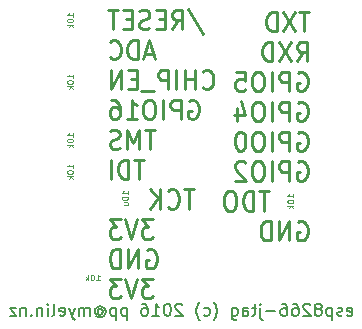
<source format=gbo>
G04 #@! TF.FileFunction,Legend,Bot*
%FSLAX46Y46*%
G04 Gerber Fmt 4.6, Leading zero omitted, Abs format (unit mm)*
G04 Created by KiCad (PCBNEW 4.0.1-stable) date 2/6/2016 5:06:47 PM*
%MOMM*%
G01*
G04 APERTURE LIST*
%ADD10C,0.100000*%
%ADD11C,0.152400*%
%ADD12C,0.254000*%
%ADD13C,0.109220*%
G04 APERTURE END LIST*
D10*
D11*
X157554666Y-116411238D02*
X157651428Y-116459619D01*
X157844951Y-116459619D01*
X157941713Y-116411238D01*
X157990094Y-116314476D01*
X157990094Y-115927429D01*
X157941713Y-115830667D01*
X157844951Y-115782286D01*
X157651428Y-115782286D01*
X157554666Y-115830667D01*
X157506285Y-115927429D01*
X157506285Y-116024190D01*
X157990094Y-116120952D01*
X157119237Y-116411238D02*
X157022475Y-116459619D01*
X156828951Y-116459619D01*
X156732190Y-116411238D01*
X156683809Y-116314476D01*
X156683809Y-116266095D01*
X156732190Y-116169333D01*
X156828951Y-116120952D01*
X156974094Y-116120952D01*
X157070856Y-116072571D01*
X157119237Y-115975810D01*
X157119237Y-115927429D01*
X157070856Y-115830667D01*
X156974094Y-115782286D01*
X156828951Y-115782286D01*
X156732190Y-115830667D01*
X156248380Y-115782286D02*
X156248380Y-116798286D01*
X156248380Y-115830667D02*
X156151618Y-115782286D01*
X155958095Y-115782286D01*
X155861333Y-115830667D01*
X155812952Y-115879048D01*
X155764571Y-115975810D01*
X155764571Y-116266095D01*
X155812952Y-116362857D01*
X155861333Y-116411238D01*
X155958095Y-116459619D01*
X156151618Y-116459619D01*
X156248380Y-116411238D01*
X155183999Y-115879048D02*
X155280761Y-115830667D01*
X155329142Y-115782286D01*
X155377523Y-115685524D01*
X155377523Y-115637143D01*
X155329142Y-115540381D01*
X155280761Y-115492000D01*
X155183999Y-115443619D01*
X154990476Y-115443619D01*
X154893714Y-115492000D01*
X154845333Y-115540381D01*
X154796952Y-115637143D01*
X154796952Y-115685524D01*
X154845333Y-115782286D01*
X154893714Y-115830667D01*
X154990476Y-115879048D01*
X155183999Y-115879048D01*
X155280761Y-115927429D01*
X155329142Y-115975810D01*
X155377523Y-116072571D01*
X155377523Y-116266095D01*
X155329142Y-116362857D01*
X155280761Y-116411238D01*
X155183999Y-116459619D01*
X154990476Y-116459619D01*
X154893714Y-116411238D01*
X154845333Y-116362857D01*
X154796952Y-116266095D01*
X154796952Y-116072571D01*
X154845333Y-115975810D01*
X154893714Y-115927429D01*
X154990476Y-115879048D01*
X154409904Y-115540381D02*
X154361523Y-115492000D01*
X154264761Y-115443619D01*
X154022857Y-115443619D01*
X153926095Y-115492000D01*
X153877714Y-115540381D01*
X153829333Y-115637143D01*
X153829333Y-115733905D01*
X153877714Y-115879048D01*
X154458285Y-116459619D01*
X153829333Y-116459619D01*
X152958476Y-115443619D02*
X153151999Y-115443619D01*
X153248761Y-115492000D01*
X153297142Y-115540381D01*
X153393904Y-115685524D01*
X153442285Y-115879048D01*
X153442285Y-116266095D01*
X153393904Y-116362857D01*
X153345523Y-116411238D01*
X153248761Y-116459619D01*
X153055238Y-116459619D01*
X152958476Y-116411238D01*
X152910095Y-116362857D01*
X152861714Y-116266095D01*
X152861714Y-116024190D01*
X152910095Y-115927429D01*
X152958476Y-115879048D01*
X153055238Y-115830667D01*
X153248761Y-115830667D01*
X153345523Y-115879048D01*
X153393904Y-115927429D01*
X153442285Y-116024190D01*
X151990857Y-115443619D02*
X152184380Y-115443619D01*
X152281142Y-115492000D01*
X152329523Y-115540381D01*
X152426285Y-115685524D01*
X152474666Y-115879048D01*
X152474666Y-116266095D01*
X152426285Y-116362857D01*
X152377904Y-116411238D01*
X152281142Y-116459619D01*
X152087619Y-116459619D01*
X151990857Y-116411238D01*
X151942476Y-116362857D01*
X151894095Y-116266095D01*
X151894095Y-116024190D01*
X151942476Y-115927429D01*
X151990857Y-115879048D01*
X152087619Y-115830667D01*
X152281142Y-115830667D01*
X152377904Y-115879048D01*
X152426285Y-115927429D01*
X152474666Y-116024190D01*
X151458666Y-116072571D02*
X150684571Y-116072571D01*
X150200761Y-115782286D02*
X150200761Y-116653143D01*
X150249142Y-116749905D01*
X150345904Y-116798286D01*
X150394285Y-116798286D01*
X150200761Y-115443619D02*
X150249142Y-115492000D01*
X150200761Y-115540381D01*
X150152380Y-115492000D01*
X150200761Y-115443619D01*
X150200761Y-115540381D01*
X149862094Y-115782286D02*
X149475046Y-115782286D01*
X149716951Y-115443619D02*
X149716951Y-116314476D01*
X149668570Y-116411238D01*
X149571808Y-116459619D01*
X149475046Y-116459619D01*
X148700952Y-116459619D02*
X148700952Y-115927429D01*
X148749333Y-115830667D01*
X148846095Y-115782286D01*
X149039618Y-115782286D01*
X149136380Y-115830667D01*
X148700952Y-116411238D02*
X148797714Y-116459619D01*
X149039618Y-116459619D01*
X149136380Y-116411238D01*
X149184761Y-116314476D01*
X149184761Y-116217714D01*
X149136380Y-116120952D01*
X149039618Y-116072571D01*
X148797714Y-116072571D01*
X148700952Y-116024190D01*
X147781714Y-115782286D02*
X147781714Y-116604762D01*
X147830095Y-116701524D01*
X147878476Y-116749905D01*
X147975237Y-116798286D01*
X148120380Y-116798286D01*
X148217142Y-116749905D01*
X147781714Y-116411238D02*
X147878476Y-116459619D01*
X148071999Y-116459619D01*
X148168761Y-116411238D01*
X148217142Y-116362857D01*
X148265523Y-116266095D01*
X148265523Y-115975810D01*
X148217142Y-115879048D01*
X148168761Y-115830667D01*
X148071999Y-115782286D01*
X147878476Y-115782286D01*
X147781714Y-115830667D01*
X146233524Y-116846667D02*
X146281904Y-116798286D01*
X146378666Y-116653143D01*
X146427047Y-116556381D01*
X146475428Y-116411238D01*
X146523809Y-116169333D01*
X146523809Y-115975810D01*
X146475428Y-115733905D01*
X146427047Y-115588762D01*
X146378666Y-115492000D01*
X146281904Y-115346857D01*
X146233524Y-115298476D01*
X145411048Y-116411238D02*
X145507810Y-116459619D01*
X145701333Y-116459619D01*
X145798095Y-116411238D01*
X145846476Y-116362857D01*
X145894857Y-116266095D01*
X145894857Y-115975810D01*
X145846476Y-115879048D01*
X145798095Y-115830667D01*
X145701333Y-115782286D01*
X145507810Y-115782286D01*
X145411048Y-115830667D01*
X145072381Y-116846667D02*
X145024000Y-116798286D01*
X144927238Y-116653143D01*
X144878857Y-116556381D01*
X144830476Y-116411238D01*
X144782095Y-116169333D01*
X144782095Y-115975810D01*
X144830476Y-115733905D01*
X144878857Y-115588762D01*
X144927238Y-115492000D01*
X145024000Y-115346857D01*
X145072381Y-115298476D01*
X143572572Y-115540381D02*
X143524191Y-115492000D01*
X143427429Y-115443619D01*
X143185525Y-115443619D01*
X143088763Y-115492000D01*
X143040382Y-115540381D01*
X142992001Y-115637143D01*
X142992001Y-115733905D01*
X143040382Y-115879048D01*
X143620953Y-116459619D01*
X142992001Y-116459619D01*
X142363048Y-115443619D02*
X142266287Y-115443619D01*
X142169525Y-115492000D01*
X142121144Y-115540381D01*
X142072763Y-115637143D01*
X142024382Y-115830667D01*
X142024382Y-116072571D01*
X142072763Y-116266095D01*
X142121144Y-116362857D01*
X142169525Y-116411238D01*
X142266287Y-116459619D01*
X142363048Y-116459619D01*
X142459810Y-116411238D01*
X142508191Y-116362857D01*
X142556572Y-116266095D01*
X142604953Y-116072571D01*
X142604953Y-115830667D01*
X142556572Y-115637143D01*
X142508191Y-115540381D01*
X142459810Y-115492000D01*
X142363048Y-115443619D01*
X141056763Y-116459619D02*
X141637334Y-116459619D01*
X141347048Y-116459619D02*
X141347048Y-115443619D01*
X141443810Y-115588762D01*
X141540572Y-115685524D01*
X141637334Y-115733905D01*
X140185906Y-115443619D02*
X140379429Y-115443619D01*
X140476191Y-115492000D01*
X140524572Y-115540381D01*
X140621334Y-115685524D01*
X140669715Y-115879048D01*
X140669715Y-116266095D01*
X140621334Y-116362857D01*
X140572953Y-116411238D01*
X140476191Y-116459619D01*
X140282668Y-116459619D01*
X140185906Y-116411238D01*
X140137525Y-116362857D01*
X140089144Y-116266095D01*
X140089144Y-116024190D01*
X140137525Y-115927429D01*
X140185906Y-115879048D01*
X140282668Y-115830667D01*
X140476191Y-115830667D01*
X140572953Y-115879048D01*
X140621334Y-115927429D01*
X140669715Y-116024190D01*
X138879620Y-115782286D02*
X138879620Y-116798286D01*
X138879620Y-115830667D02*
X138782858Y-115782286D01*
X138589335Y-115782286D01*
X138492573Y-115830667D01*
X138444192Y-115879048D01*
X138395811Y-115975810D01*
X138395811Y-116266095D01*
X138444192Y-116362857D01*
X138492573Y-116411238D01*
X138589335Y-116459619D01*
X138782858Y-116459619D01*
X138879620Y-116411238D01*
X137960382Y-115782286D02*
X137960382Y-116798286D01*
X137960382Y-115830667D02*
X137863620Y-115782286D01*
X137670097Y-115782286D01*
X137573335Y-115830667D01*
X137524954Y-115879048D01*
X137476573Y-115975810D01*
X137476573Y-116266095D01*
X137524954Y-116362857D01*
X137573335Y-116411238D01*
X137670097Y-116459619D01*
X137863620Y-116459619D01*
X137960382Y-116411238D01*
X136412192Y-115975810D02*
X136460573Y-115927429D01*
X136557335Y-115879048D01*
X136654097Y-115879048D01*
X136750859Y-115927429D01*
X136799239Y-115975810D01*
X136847620Y-116072571D01*
X136847620Y-116169333D01*
X136799239Y-116266095D01*
X136750859Y-116314476D01*
X136654097Y-116362857D01*
X136557335Y-116362857D01*
X136460573Y-116314476D01*
X136412192Y-116266095D01*
X136412192Y-115879048D02*
X136412192Y-116266095D01*
X136363811Y-116314476D01*
X136315430Y-116314476D01*
X136218668Y-116266095D01*
X136170287Y-116169333D01*
X136170287Y-115927429D01*
X136267049Y-115782286D01*
X136412192Y-115685524D01*
X136605716Y-115637143D01*
X136799239Y-115685524D01*
X136944382Y-115782286D01*
X137041144Y-115927429D01*
X137089525Y-116120952D01*
X137041144Y-116314476D01*
X136944382Y-116459619D01*
X136799239Y-116556381D01*
X136605716Y-116604762D01*
X136412192Y-116556381D01*
X136267049Y-116459619D01*
X135734858Y-116459619D02*
X135734858Y-115782286D01*
X135734858Y-115879048D02*
X135686477Y-115830667D01*
X135589715Y-115782286D01*
X135444573Y-115782286D01*
X135347811Y-115830667D01*
X135299430Y-115927429D01*
X135299430Y-116459619D01*
X135299430Y-115927429D02*
X135251049Y-115830667D01*
X135154287Y-115782286D01*
X135009144Y-115782286D01*
X134912382Y-115830667D01*
X134864001Y-115927429D01*
X134864001Y-116459619D01*
X134476953Y-115782286D02*
X134235048Y-116459619D01*
X133993144Y-115782286D02*
X134235048Y-116459619D01*
X134331810Y-116701524D01*
X134380191Y-116749905D01*
X134476953Y-116798286D01*
X133219049Y-116411238D02*
X133315811Y-116459619D01*
X133509334Y-116459619D01*
X133606096Y-116411238D01*
X133654477Y-116314476D01*
X133654477Y-115927429D01*
X133606096Y-115830667D01*
X133509334Y-115782286D01*
X133315811Y-115782286D01*
X133219049Y-115830667D01*
X133170668Y-115927429D01*
X133170668Y-116024190D01*
X133654477Y-116120952D01*
X132590096Y-116459619D02*
X132686858Y-116411238D01*
X132735239Y-116314476D01*
X132735239Y-115443619D01*
X132203049Y-116459619D02*
X132203049Y-115782286D01*
X132203049Y-115443619D02*
X132251430Y-115492000D01*
X132203049Y-115540381D01*
X132154668Y-115492000D01*
X132203049Y-115443619D01*
X132203049Y-115540381D01*
X131719239Y-115782286D02*
X131719239Y-116459619D01*
X131719239Y-115879048D02*
X131670858Y-115830667D01*
X131574096Y-115782286D01*
X131428954Y-115782286D01*
X131332192Y-115830667D01*
X131283811Y-115927429D01*
X131283811Y-116459619D01*
X130800001Y-116362857D02*
X130751620Y-116411238D01*
X130800001Y-116459619D01*
X130848382Y-116411238D01*
X130800001Y-116362857D01*
X130800001Y-116459619D01*
X130316191Y-115782286D02*
X130316191Y-116459619D01*
X130316191Y-115879048D02*
X130267810Y-115830667D01*
X130171048Y-115782286D01*
X130025906Y-115782286D01*
X129929144Y-115830667D01*
X129880763Y-115927429D01*
X129880763Y-116459619D01*
X129493715Y-115782286D02*
X128961525Y-115782286D01*
X129493715Y-116459619D01*
X128961525Y-116459619D01*
D12*
X154357143Y-90755350D02*
X153500000Y-90755350D01*
X153928571Y-92380950D02*
X153928571Y-90755350D01*
X153142857Y-90755350D02*
X152142857Y-92380950D01*
X152142857Y-90755350D02*
X153142857Y-92380950D01*
X151571429Y-92380950D02*
X151571429Y-90755350D01*
X151214286Y-90755350D01*
X151000001Y-90832760D01*
X150857143Y-90987579D01*
X150785715Y-91142398D01*
X150714286Y-91452036D01*
X150714286Y-91684265D01*
X150785715Y-91993903D01*
X150857143Y-92148722D01*
X151000001Y-92303541D01*
X151214286Y-92380950D01*
X151571429Y-92380950D01*
X153285714Y-94910790D02*
X153785714Y-94136695D01*
X154142857Y-94910790D02*
X154142857Y-93285190D01*
X153571429Y-93285190D01*
X153428571Y-93362600D01*
X153357143Y-93440010D01*
X153285714Y-93594829D01*
X153285714Y-93827057D01*
X153357143Y-93981876D01*
X153428571Y-94059286D01*
X153571429Y-94136695D01*
X154142857Y-94136695D01*
X152785714Y-93285190D02*
X151785714Y-94910790D01*
X151785714Y-93285190D02*
X152785714Y-94910790D01*
X151214286Y-94910790D02*
X151214286Y-93285190D01*
X150857143Y-93285190D01*
X150642858Y-93362600D01*
X150500000Y-93517419D01*
X150428572Y-93672238D01*
X150357143Y-93981876D01*
X150357143Y-94214105D01*
X150428572Y-94523743D01*
X150500000Y-94678562D01*
X150642858Y-94833381D01*
X150857143Y-94910790D01*
X151214286Y-94910790D01*
X153357143Y-95892440D02*
X153500000Y-95815030D01*
X153714286Y-95815030D01*
X153928571Y-95892440D01*
X154071429Y-96047259D01*
X154142857Y-96202078D01*
X154214286Y-96511716D01*
X154214286Y-96743945D01*
X154142857Y-97053583D01*
X154071429Y-97208402D01*
X153928571Y-97363221D01*
X153714286Y-97440630D01*
X153571429Y-97440630D01*
X153357143Y-97363221D01*
X153285714Y-97285811D01*
X153285714Y-96743945D01*
X153571429Y-96743945D01*
X152642857Y-97440630D02*
X152642857Y-95815030D01*
X152071429Y-95815030D01*
X151928571Y-95892440D01*
X151857143Y-95969850D01*
X151785714Y-96124669D01*
X151785714Y-96356897D01*
X151857143Y-96511716D01*
X151928571Y-96589126D01*
X152071429Y-96666535D01*
X152642857Y-96666535D01*
X151142857Y-97440630D02*
X151142857Y-95815030D01*
X150142857Y-95815030D02*
X149857143Y-95815030D01*
X149714285Y-95892440D01*
X149571428Y-96047259D01*
X149500000Y-96356897D01*
X149500000Y-96898764D01*
X149571428Y-97208402D01*
X149714285Y-97363221D01*
X149857143Y-97440630D01*
X150142857Y-97440630D01*
X150285714Y-97363221D01*
X150428571Y-97208402D01*
X150500000Y-96898764D01*
X150500000Y-96356897D01*
X150428571Y-96047259D01*
X150285714Y-95892440D01*
X150142857Y-95815030D01*
X148142856Y-95815030D02*
X148857142Y-95815030D01*
X148928571Y-96589126D01*
X148857142Y-96511716D01*
X148714285Y-96434307D01*
X148357142Y-96434307D01*
X148214285Y-96511716D01*
X148142856Y-96589126D01*
X148071428Y-96743945D01*
X148071428Y-97130992D01*
X148142856Y-97285811D01*
X148214285Y-97363221D01*
X148357142Y-97440630D01*
X148714285Y-97440630D01*
X148857142Y-97363221D01*
X148928571Y-97285811D01*
X153357143Y-98422280D02*
X153500000Y-98344870D01*
X153714286Y-98344870D01*
X153928571Y-98422280D01*
X154071429Y-98577099D01*
X154142857Y-98731918D01*
X154214286Y-99041556D01*
X154214286Y-99273785D01*
X154142857Y-99583423D01*
X154071429Y-99738242D01*
X153928571Y-99893061D01*
X153714286Y-99970470D01*
X153571429Y-99970470D01*
X153357143Y-99893061D01*
X153285714Y-99815651D01*
X153285714Y-99273785D01*
X153571429Y-99273785D01*
X152642857Y-99970470D02*
X152642857Y-98344870D01*
X152071429Y-98344870D01*
X151928571Y-98422280D01*
X151857143Y-98499690D01*
X151785714Y-98654509D01*
X151785714Y-98886737D01*
X151857143Y-99041556D01*
X151928571Y-99118966D01*
X152071429Y-99196375D01*
X152642857Y-99196375D01*
X151142857Y-99970470D02*
X151142857Y-98344870D01*
X150142857Y-98344870D02*
X149857143Y-98344870D01*
X149714285Y-98422280D01*
X149571428Y-98577099D01*
X149500000Y-98886737D01*
X149500000Y-99428604D01*
X149571428Y-99738242D01*
X149714285Y-99893061D01*
X149857143Y-99970470D01*
X150142857Y-99970470D01*
X150285714Y-99893061D01*
X150428571Y-99738242D01*
X150500000Y-99428604D01*
X150500000Y-98886737D01*
X150428571Y-98577099D01*
X150285714Y-98422280D01*
X150142857Y-98344870D01*
X148214285Y-98886737D02*
X148214285Y-99970470D01*
X148571428Y-98267461D02*
X148928571Y-99428604D01*
X147999999Y-99428604D01*
X153357143Y-100952120D02*
X153500000Y-100874710D01*
X153714286Y-100874710D01*
X153928571Y-100952120D01*
X154071429Y-101106939D01*
X154142857Y-101261758D01*
X154214286Y-101571396D01*
X154214286Y-101803625D01*
X154142857Y-102113263D01*
X154071429Y-102268082D01*
X153928571Y-102422901D01*
X153714286Y-102500310D01*
X153571429Y-102500310D01*
X153357143Y-102422901D01*
X153285714Y-102345491D01*
X153285714Y-101803625D01*
X153571429Y-101803625D01*
X152642857Y-102500310D02*
X152642857Y-100874710D01*
X152071429Y-100874710D01*
X151928571Y-100952120D01*
X151857143Y-101029530D01*
X151785714Y-101184349D01*
X151785714Y-101416577D01*
X151857143Y-101571396D01*
X151928571Y-101648806D01*
X152071429Y-101726215D01*
X152642857Y-101726215D01*
X151142857Y-102500310D02*
X151142857Y-100874710D01*
X150142857Y-100874710D02*
X149857143Y-100874710D01*
X149714285Y-100952120D01*
X149571428Y-101106939D01*
X149500000Y-101416577D01*
X149500000Y-101958444D01*
X149571428Y-102268082D01*
X149714285Y-102422901D01*
X149857143Y-102500310D01*
X150142857Y-102500310D01*
X150285714Y-102422901D01*
X150428571Y-102268082D01*
X150500000Y-101958444D01*
X150500000Y-101416577D01*
X150428571Y-101106939D01*
X150285714Y-100952120D01*
X150142857Y-100874710D01*
X148571428Y-100874710D02*
X148428571Y-100874710D01*
X148285714Y-100952120D01*
X148214285Y-101029530D01*
X148142856Y-101184349D01*
X148071428Y-101493987D01*
X148071428Y-101881034D01*
X148142856Y-102190672D01*
X148214285Y-102345491D01*
X148285714Y-102422901D01*
X148428571Y-102500310D01*
X148571428Y-102500310D01*
X148714285Y-102422901D01*
X148785714Y-102345491D01*
X148857142Y-102190672D01*
X148928571Y-101881034D01*
X148928571Y-101493987D01*
X148857142Y-101184349D01*
X148785714Y-101029530D01*
X148714285Y-100952120D01*
X148571428Y-100874710D01*
X153357143Y-103481960D02*
X153500000Y-103404550D01*
X153714286Y-103404550D01*
X153928571Y-103481960D01*
X154071429Y-103636779D01*
X154142857Y-103791598D01*
X154214286Y-104101236D01*
X154214286Y-104333465D01*
X154142857Y-104643103D01*
X154071429Y-104797922D01*
X153928571Y-104952741D01*
X153714286Y-105030150D01*
X153571429Y-105030150D01*
X153357143Y-104952741D01*
X153285714Y-104875331D01*
X153285714Y-104333465D01*
X153571429Y-104333465D01*
X152642857Y-105030150D02*
X152642857Y-103404550D01*
X152071429Y-103404550D01*
X151928571Y-103481960D01*
X151857143Y-103559370D01*
X151785714Y-103714189D01*
X151785714Y-103946417D01*
X151857143Y-104101236D01*
X151928571Y-104178646D01*
X152071429Y-104256055D01*
X152642857Y-104256055D01*
X151142857Y-105030150D02*
X151142857Y-103404550D01*
X150142857Y-103404550D02*
X149857143Y-103404550D01*
X149714285Y-103481960D01*
X149571428Y-103636779D01*
X149500000Y-103946417D01*
X149500000Y-104488284D01*
X149571428Y-104797922D01*
X149714285Y-104952741D01*
X149857143Y-105030150D01*
X150142857Y-105030150D01*
X150285714Y-104952741D01*
X150428571Y-104797922D01*
X150500000Y-104488284D01*
X150500000Y-103946417D01*
X150428571Y-103636779D01*
X150285714Y-103481960D01*
X150142857Y-103404550D01*
X148928571Y-103559370D02*
X148857142Y-103481960D01*
X148714285Y-103404550D01*
X148357142Y-103404550D01*
X148214285Y-103481960D01*
X148142856Y-103559370D01*
X148071428Y-103714189D01*
X148071428Y-103869008D01*
X148142856Y-104101236D01*
X148999999Y-105030150D01*
X148071428Y-105030150D01*
X150928572Y-105934390D02*
X150071429Y-105934390D01*
X150500000Y-107559990D02*
X150500000Y-105934390D01*
X149571429Y-107559990D02*
X149571429Y-105934390D01*
X149214286Y-105934390D01*
X149000001Y-106011800D01*
X148857143Y-106166619D01*
X148785715Y-106321438D01*
X148714286Y-106631076D01*
X148714286Y-106863305D01*
X148785715Y-107172943D01*
X148857143Y-107327762D01*
X149000001Y-107482581D01*
X149214286Y-107559990D01*
X149571429Y-107559990D01*
X147785715Y-105934390D02*
X147500001Y-105934390D01*
X147357143Y-106011800D01*
X147214286Y-106166619D01*
X147142858Y-106476257D01*
X147142858Y-107018124D01*
X147214286Y-107327762D01*
X147357143Y-107482581D01*
X147500001Y-107559990D01*
X147785715Y-107559990D01*
X147928572Y-107482581D01*
X148071429Y-107327762D01*
X148142858Y-107018124D01*
X148142858Y-106476257D01*
X148071429Y-106166619D01*
X147928572Y-106011800D01*
X147785715Y-105934390D01*
X153357143Y-108541640D02*
X153500000Y-108464230D01*
X153714286Y-108464230D01*
X153928571Y-108541640D01*
X154071429Y-108696459D01*
X154142857Y-108851278D01*
X154214286Y-109160916D01*
X154214286Y-109393145D01*
X154142857Y-109702783D01*
X154071429Y-109857602D01*
X153928571Y-110012421D01*
X153714286Y-110089830D01*
X153571429Y-110089830D01*
X153357143Y-110012421D01*
X153285714Y-109935011D01*
X153285714Y-109393145D01*
X153571429Y-109393145D01*
X152642857Y-110089830D02*
X152642857Y-108464230D01*
X151785714Y-110089830D01*
X151785714Y-108464230D01*
X151071428Y-110089830D02*
X151071428Y-108464230D01*
X150714285Y-108464230D01*
X150500000Y-108541640D01*
X150357142Y-108696459D01*
X150285714Y-108851278D01*
X150214285Y-109160916D01*
X150214285Y-109393145D01*
X150285714Y-109702783D01*
X150357142Y-109857602D01*
X150500000Y-110012421D01*
X150714285Y-110089830D01*
X151071428Y-110089830D01*
X144088572Y-90518101D02*
X145374286Y-92608158D01*
X142731428Y-92221110D02*
X143231428Y-91447015D01*
X143588571Y-92221110D02*
X143588571Y-90595510D01*
X143017143Y-90595510D01*
X142874285Y-90672920D01*
X142802857Y-90750330D01*
X142731428Y-90905149D01*
X142731428Y-91137377D01*
X142802857Y-91292196D01*
X142874285Y-91369606D01*
X143017143Y-91447015D01*
X143588571Y-91447015D01*
X142088571Y-91369606D02*
X141588571Y-91369606D01*
X141374285Y-92221110D02*
X142088571Y-92221110D01*
X142088571Y-90595510D01*
X141374285Y-90595510D01*
X140802857Y-92143701D02*
X140588571Y-92221110D01*
X140231428Y-92221110D01*
X140088571Y-92143701D01*
X140017142Y-92066291D01*
X139945714Y-91911472D01*
X139945714Y-91756653D01*
X140017142Y-91601834D01*
X140088571Y-91524425D01*
X140231428Y-91447015D01*
X140517142Y-91369606D01*
X140660000Y-91292196D01*
X140731428Y-91214787D01*
X140802857Y-91059968D01*
X140802857Y-90905149D01*
X140731428Y-90750330D01*
X140660000Y-90672920D01*
X140517142Y-90595510D01*
X140160000Y-90595510D01*
X139945714Y-90672920D01*
X139302857Y-91369606D02*
X138802857Y-91369606D01*
X138588571Y-92221110D02*
X139302857Y-92221110D01*
X139302857Y-90595510D01*
X138588571Y-90595510D01*
X138160000Y-90595510D02*
X137302857Y-90595510D01*
X137731428Y-92221110D02*
X137731428Y-90595510D01*
X141160000Y-94286493D02*
X140445714Y-94286493D01*
X141302857Y-94750950D02*
X140802857Y-93125350D01*
X140302857Y-94750950D01*
X139802857Y-94750950D02*
X139802857Y-93125350D01*
X139445714Y-93125350D01*
X139231429Y-93202760D01*
X139088571Y-93357579D01*
X139017143Y-93512398D01*
X138945714Y-93822036D01*
X138945714Y-94054265D01*
X139017143Y-94363903D01*
X139088571Y-94518722D01*
X139231429Y-94673541D01*
X139445714Y-94750950D01*
X139802857Y-94750950D01*
X137445714Y-94596131D02*
X137517143Y-94673541D01*
X137731429Y-94750950D01*
X137874286Y-94750950D01*
X138088571Y-94673541D01*
X138231429Y-94518722D01*
X138302857Y-94363903D01*
X138374286Y-94054265D01*
X138374286Y-93822036D01*
X138302857Y-93512398D01*
X138231429Y-93357579D01*
X138088571Y-93202760D01*
X137874286Y-93125350D01*
X137731429Y-93125350D01*
X137517143Y-93202760D01*
X137445714Y-93280170D01*
X145302858Y-97125971D02*
X145374287Y-97203381D01*
X145588573Y-97280790D01*
X145731430Y-97280790D01*
X145945715Y-97203381D01*
X146088573Y-97048562D01*
X146160001Y-96893743D01*
X146231430Y-96584105D01*
X146231430Y-96351876D01*
X146160001Y-96042238D01*
X146088573Y-95887419D01*
X145945715Y-95732600D01*
X145731430Y-95655190D01*
X145588573Y-95655190D01*
X145374287Y-95732600D01*
X145302858Y-95810010D01*
X144660001Y-97280790D02*
X144660001Y-95655190D01*
X144660001Y-96429286D02*
X143802858Y-96429286D01*
X143802858Y-97280790D02*
X143802858Y-95655190D01*
X143088572Y-97280790D02*
X143088572Y-95655190D01*
X142374286Y-97280790D02*
X142374286Y-95655190D01*
X141802858Y-95655190D01*
X141660000Y-95732600D01*
X141588572Y-95810010D01*
X141517143Y-95964829D01*
X141517143Y-96197057D01*
X141588572Y-96351876D01*
X141660000Y-96429286D01*
X141802858Y-96506695D01*
X142374286Y-96506695D01*
X141231429Y-97435610D02*
X140088572Y-97435610D01*
X139731429Y-96429286D02*
X139231429Y-96429286D01*
X139017143Y-97280790D02*
X139731429Y-97280790D01*
X139731429Y-95655190D01*
X139017143Y-95655190D01*
X138374286Y-97280790D02*
X138374286Y-95655190D01*
X137517143Y-97280790D01*
X137517143Y-95655190D01*
X144160000Y-98262440D02*
X144302857Y-98185030D01*
X144517143Y-98185030D01*
X144731428Y-98262440D01*
X144874286Y-98417259D01*
X144945714Y-98572078D01*
X145017143Y-98881716D01*
X145017143Y-99113945D01*
X144945714Y-99423583D01*
X144874286Y-99578402D01*
X144731428Y-99733221D01*
X144517143Y-99810630D01*
X144374286Y-99810630D01*
X144160000Y-99733221D01*
X144088571Y-99655811D01*
X144088571Y-99113945D01*
X144374286Y-99113945D01*
X143445714Y-99810630D02*
X143445714Y-98185030D01*
X142874286Y-98185030D01*
X142731428Y-98262440D01*
X142660000Y-98339850D01*
X142588571Y-98494669D01*
X142588571Y-98726897D01*
X142660000Y-98881716D01*
X142731428Y-98959126D01*
X142874286Y-99036535D01*
X143445714Y-99036535D01*
X141945714Y-99810630D02*
X141945714Y-98185030D01*
X140945714Y-98185030D02*
X140660000Y-98185030D01*
X140517142Y-98262440D01*
X140374285Y-98417259D01*
X140302857Y-98726897D01*
X140302857Y-99268764D01*
X140374285Y-99578402D01*
X140517142Y-99733221D01*
X140660000Y-99810630D01*
X140945714Y-99810630D01*
X141088571Y-99733221D01*
X141231428Y-99578402D01*
X141302857Y-99268764D01*
X141302857Y-98726897D01*
X141231428Y-98417259D01*
X141088571Y-98262440D01*
X140945714Y-98185030D01*
X138874285Y-99810630D02*
X139731428Y-99810630D01*
X139302856Y-99810630D02*
X139302856Y-98185030D01*
X139445713Y-98417259D01*
X139588571Y-98572078D01*
X139731428Y-98649488D01*
X137588571Y-98185030D02*
X137874285Y-98185030D01*
X138017142Y-98262440D01*
X138088571Y-98339850D01*
X138231428Y-98572078D01*
X138302857Y-98881716D01*
X138302857Y-99500992D01*
X138231428Y-99655811D01*
X138160000Y-99733221D01*
X138017142Y-99810630D01*
X137731428Y-99810630D01*
X137588571Y-99733221D01*
X137517142Y-99655811D01*
X137445714Y-99500992D01*
X137445714Y-99113945D01*
X137517142Y-98959126D01*
X137588571Y-98881716D01*
X137731428Y-98804307D01*
X138017142Y-98804307D01*
X138160000Y-98881716D01*
X138231428Y-98959126D01*
X138302857Y-99113945D01*
X141302857Y-100714870D02*
X140445714Y-100714870D01*
X140874285Y-102340470D02*
X140874285Y-100714870D01*
X139945714Y-102340470D02*
X139945714Y-100714870D01*
X139445714Y-101876013D01*
X138945714Y-100714870D01*
X138945714Y-102340470D01*
X138302857Y-102263061D02*
X138088571Y-102340470D01*
X137731428Y-102340470D01*
X137588571Y-102263061D01*
X137517142Y-102185651D01*
X137445714Y-102030832D01*
X137445714Y-101876013D01*
X137517142Y-101721194D01*
X137588571Y-101643785D01*
X137731428Y-101566375D01*
X138017142Y-101488966D01*
X138160000Y-101411556D01*
X138231428Y-101334147D01*
X138302857Y-101179328D01*
X138302857Y-101024509D01*
X138231428Y-100869690D01*
X138160000Y-100792280D01*
X138017142Y-100714870D01*
X137660000Y-100714870D01*
X137445714Y-100792280D01*
X140374286Y-103244710D02*
X139517143Y-103244710D01*
X139945714Y-104870310D02*
X139945714Y-103244710D01*
X139017143Y-104870310D02*
X139017143Y-103244710D01*
X138660000Y-103244710D01*
X138445715Y-103322120D01*
X138302857Y-103476939D01*
X138231429Y-103631758D01*
X138160000Y-103941396D01*
X138160000Y-104173625D01*
X138231429Y-104483263D01*
X138302857Y-104638082D01*
X138445715Y-104792901D01*
X138660000Y-104870310D01*
X139017143Y-104870310D01*
X137517143Y-104870310D02*
X137517143Y-103244710D01*
X144588571Y-105774550D02*
X143731428Y-105774550D01*
X144159999Y-107400150D02*
X144159999Y-105774550D01*
X142374285Y-107245331D02*
X142445714Y-107322741D01*
X142660000Y-107400150D01*
X142802857Y-107400150D01*
X143017142Y-107322741D01*
X143160000Y-107167922D01*
X143231428Y-107013103D01*
X143302857Y-106703465D01*
X143302857Y-106471236D01*
X143231428Y-106161598D01*
X143160000Y-106006779D01*
X143017142Y-105851960D01*
X142802857Y-105774550D01*
X142660000Y-105774550D01*
X142445714Y-105851960D01*
X142374285Y-105929370D01*
X141731428Y-107400150D02*
X141731428Y-105774550D01*
X140874285Y-107400150D02*
X141517142Y-106471236D01*
X140874285Y-105774550D02*
X141731428Y-106703465D01*
X141088570Y-108304390D02*
X140159999Y-108304390D01*
X140659999Y-108923667D01*
X140445713Y-108923667D01*
X140302856Y-109001076D01*
X140231427Y-109078486D01*
X140159999Y-109233305D01*
X140159999Y-109620352D01*
X140231427Y-109775171D01*
X140302856Y-109852581D01*
X140445713Y-109929990D01*
X140874285Y-109929990D01*
X141017142Y-109852581D01*
X141088570Y-109775171D01*
X139731428Y-108304390D02*
X139231428Y-109929990D01*
X138731428Y-108304390D01*
X138374285Y-108304390D02*
X137445714Y-108304390D01*
X137945714Y-108923667D01*
X137731428Y-108923667D01*
X137588571Y-109001076D01*
X137517142Y-109078486D01*
X137445714Y-109233305D01*
X137445714Y-109620352D01*
X137517142Y-109775171D01*
X137588571Y-109852581D01*
X137731428Y-109929990D01*
X138160000Y-109929990D01*
X138302857Y-109852581D01*
X138374285Y-109775171D01*
X140588572Y-110911640D02*
X140731429Y-110834230D01*
X140945715Y-110834230D01*
X141160000Y-110911640D01*
X141302858Y-111066459D01*
X141374286Y-111221278D01*
X141445715Y-111530916D01*
X141445715Y-111763145D01*
X141374286Y-112072783D01*
X141302858Y-112227602D01*
X141160000Y-112382421D01*
X140945715Y-112459830D01*
X140802858Y-112459830D01*
X140588572Y-112382421D01*
X140517143Y-112305011D01*
X140517143Y-111763145D01*
X140802858Y-111763145D01*
X139874286Y-112459830D02*
X139874286Y-110834230D01*
X139017143Y-112459830D01*
X139017143Y-110834230D01*
X138302857Y-112459830D02*
X138302857Y-110834230D01*
X137945714Y-110834230D01*
X137731429Y-110911640D01*
X137588571Y-111066459D01*
X137517143Y-111221278D01*
X137445714Y-111530916D01*
X137445714Y-111763145D01*
X137517143Y-112072783D01*
X137588571Y-112227602D01*
X137731429Y-112382421D01*
X137945714Y-112459830D01*
X138302857Y-112459830D01*
X141088570Y-113364070D02*
X140159999Y-113364070D01*
X140659999Y-113983347D01*
X140445713Y-113983347D01*
X140302856Y-114060756D01*
X140231427Y-114138166D01*
X140159999Y-114292985D01*
X140159999Y-114680032D01*
X140231427Y-114834851D01*
X140302856Y-114912261D01*
X140445713Y-114989670D01*
X140874285Y-114989670D01*
X141017142Y-114912261D01*
X141088570Y-114834851D01*
X139731428Y-113364070D02*
X139231428Y-114989670D01*
X138731428Y-113364070D01*
X138374285Y-113364070D02*
X137445714Y-113364070D01*
X137945714Y-113983347D01*
X137731428Y-113983347D01*
X137588571Y-114060756D01*
X137517142Y-114138166D01*
X137445714Y-114292985D01*
X137445714Y-114680032D01*
X137517142Y-114834851D01*
X137588571Y-114912261D01*
X137731428Y-114989670D01*
X138160000Y-114989670D01*
X138302857Y-114912261D01*
X138374285Y-114834851D01*
D13*
X138976362Y-106178328D02*
X138976362Y-105892396D01*
X138976362Y-106035362D02*
X138475982Y-106035362D01*
X138547465Y-105987707D01*
X138595120Y-105940052D01*
X138618948Y-105892396D01*
X138475982Y-106488087D02*
X138475982Y-106535742D01*
X138499810Y-106583397D01*
X138523638Y-106607225D01*
X138571293Y-106631052D01*
X138666603Y-106654880D01*
X138785741Y-106654880D01*
X138881052Y-106631052D01*
X138928707Y-106607225D01*
X138952535Y-106583397D01*
X138976362Y-106535742D01*
X138976362Y-106488087D01*
X138952535Y-106440431D01*
X138928707Y-106416604D01*
X138881052Y-106392776D01*
X138785741Y-106368948D01*
X138666603Y-106368948D01*
X138571293Y-106392776D01*
X138523638Y-106416604D01*
X138499810Y-106440431D01*
X138475982Y-106488087D01*
X138642776Y-107083777D02*
X138976362Y-107083777D01*
X138642776Y-106869328D02*
X138904880Y-106869328D01*
X138952535Y-106893156D01*
X138976362Y-106940811D01*
X138976362Y-107012294D01*
X138952535Y-107059949D01*
X138928707Y-107083777D01*
X134338362Y-91142155D02*
X134338362Y-90856223D01*
X134338362Y-90999189D02*
X133837982Y-90999189D01*
X133909465Y-90951534D01*
X133957120Y-90903879D01*
X133980948Y-90856223D01*
X133837982Y-91451914D02*
X133837982Y-91499569D01*
X133861810Y-91547224D01*
X133885638Y-91571052D01*
X133933293Y-91594879D01*
X134028603Y-91618707D01*
X134147741Y-91618707D01*
X134243052Y-91594879D01*
X134290707Y-91571052D01*
X134314535Y-91547224D01*
X134338362Y-91499569D01*
X134338362Y-91451914D01*
X134314535Y-91404258D01*
X134290707Y-91380431D01*
X134243052Y-91356603D01*
X134147741Y-91332775D01*
X134028603Y-91332775D01*
X133933293Y-91356603D01*
X133885638Y-91380431D01*
X133861810Y-91404258D01*
X133837982Y-91451914D01*
X134338362Y-91833155D02*
X133837982Y-91833155D01*
X134147741Y-91880810D02*
X134338362Y-92023776D01*
X134004776Y-92023776D02*
X134195397Y-91833155D01*
X134338362Y-96349155D02*
X134338362Y-96063223D01*
X134338362Y-96206189D02*
X133837982Y-96206189D01*
X133909465Y-96158534D01*
X133957120Y-96110879D01*
X133980948Y-96063223D01*
X133837982Y-96658914D02*
X133837982Y-96706569D01*
X133861810Y-96754224D01*
X133885638Y-96778052D01*
X133933293Y-96801879D01*
X134028603Y-96825707D01*
X134147741Y-96825707D01*
X134243052Y-96801879D01*
X134290707Y-96778052D01*
X134314535Y-96754224D01*
X134338362Y-96706569D01*
X134338362Y-96658914D01*
X134314535Y-96611258D01*
X134290707Y-96587431D01*
X134243052Y-96563603D01*
X134147741Y-96539775D01*
X134028603Y-96539775D01*
X133933293Y-96563603D01*
X133885638Y-96587431D01*
X133861810Y-96611258D01*
X133837982Y-96658914D01*
X134338362Y-97040155D02*
X133837982Y-97040155D01*
X134147741Y-97087810D02*
X134338362Y-97230776D01*
X134004776Y-97230776D02*
X134195397Y-97040155D01*
X152976362Y-106452155D02*
X152976362Y-106166223D01*
X152976362Y-106309189D02*
X152475982Y-106309189D01*
X152547465Y-106261534D01*
X152595120Y-106213879D01*
X152618948Y-106166223D01*
X152475982Y-106761914D02*
X152475982Y-106809569D01*
X152499810Y-106857224D01*
X152523638Y-106881052D01*
X152571293Y-106904879D01*
X152666603Y-106928707D01*
X152785741Y-106928707D01*
X152881052Y-106904879D01*
X152928707Y-106881052D01*
X152952535Y-106857224D01*
X152976362Y-106809569D01*
X152976362Y-106761914D01*
X152952535Y-106714258D01*
X152928707Y-106690431D01*
X152881052Y-106666603D01*
X152785741Y-106642775D01*
X152666603Y-106642775D01*
X152571293Y-106666603D01*
X152523638Y-106690431D01*
X152499810Y-106714258D01*
X152475982Y-106761914D01*
X152976362Y-107143155D02*
X152475982Y-107143155D01*
X152785741Y-107190810D02*
X152976362Y-107333776D01*
X152642776Y-107333776D02*
X152833397Y-107143155D01*
X134338362Y-101302155D02*
X134338362Y-101016223D01*
X134338362Y-101159189D02*
X133837982Y-101159189D01*
X133909465Y-101111534D01*
X133957120Y-101063879D01*
X133980948Y-101016223D01*
X133837982Y-101611914D02*
X133837982Y-101659569D01*
X133861810Y-101707224D01*
X133885638Y-101731052D01*
X133933293Y-101754879D01*
X134028603Y-101778707D01*
X134147741Y-101778707D01*
X134243052Y-101754879D01*
X134290707Y-101731052D01*
X134314535Y-101707224D01*
X134338362Y-101659569D01*
X134338362Y-101611914D01*
X134314535Y-101564258D01*
X134290707Y-101540431D01*
X134243052Y-101516603D01*
X134147741Y-101492775D01*
X134028603Y-101492775D01*
X133933293Y-101516603D01*
X133885638Y-101540431D01*
X133861810Y-101564258D01*
X133837982Y-101611914D01*
X134338362Y-101993155D02*
X133837982Y-101993155D01*
X134147741Y-102040810D02*
X134338362Y-102183776D01*
X134004776Y-102183776D02*
X134195397Y-101993155D01*
X134338362Y-103969155D02*
X134338362Y-103683223D01*
X134338362Y-103826189D02*
X133837982Y-103826189D01*
X133909465Y-103778534D01*
X133957120Y-103730879D01*
X133980948Y-103683223D01*
X133837982Y-104278914D02*
X133837982Y-104326569D01*
X133861810Y-104374224D01*
X133885638Y-104398052D01*
X133933293Y-104421879D01*
X134028603Y-104445707D01*
X134147741Y-104445707D01*
X134243052Y-104421879D01*
X134290707Y-104398052D01*
X134314535Y-104374224D01*
X134338362Y-104326569D01*
X134338362Y-104278914D01*
X134314535Y-104231258D01*
X134290707Y-104207431D01*
X134243052Y-104183603D01*
X134147741Y-104159775D01*
X134028603Y-104159775D01*
X133933293Y-104183603D01*
X133885638Y-104207431D01*
X133861810Y-104231258D01*
X133837982Y-104278914D01*
X134338362Y-104660155D02*
X133837982Y-104660155D01*
X134147741Y-104707810D02*
X134338362Y-104850776D01*
X134004776Y-104850776D02*
X134195397Y-104660155D01*
X136297845Y-113476362D02*
X136583777Y-113476362D01*
X136440811Y-113476362D02*
X136440811Y-112975982D01*
X136488466Y-113047465D01*
X136536121Y-113095120D01*
X136583777Y-113118948D01*
X135988086Y-112975982D02*
X135940431Y-112975982D01*
X135892776Y-112999810D01*
X135868948Y-113023638D01*
X135845121Y-113071293D01*
X135821293Y-113166603D01*
X135821293Y-113285741D01*
X135845121Y-113381052D01*
X135868948Y-113428707D01*
X135892776Y-113452535D01*
X135940431Y-113476362D01*
X135988086Y-113476362D01*
X136035742Y-113452535D01*
X136059569Y-113428707D01*
X136083397Y-113381052D01*
X136107225Y-113285741D01*
X136107225Y-113166603D01*
X136083397Y-113071293D01*
X136059569Y-113023638D01*
X136035742Y-112999810D01*
X135988086Y-112975982D01*
X135606845Y-113476362D02*
X135606845Y-112975982D01*
X135559190Y-113285741D02*
X135416224Y-113476362D01*
X135416224Y-113142776D02*
X135606845Y-113333397D01*
M02*

</source>
